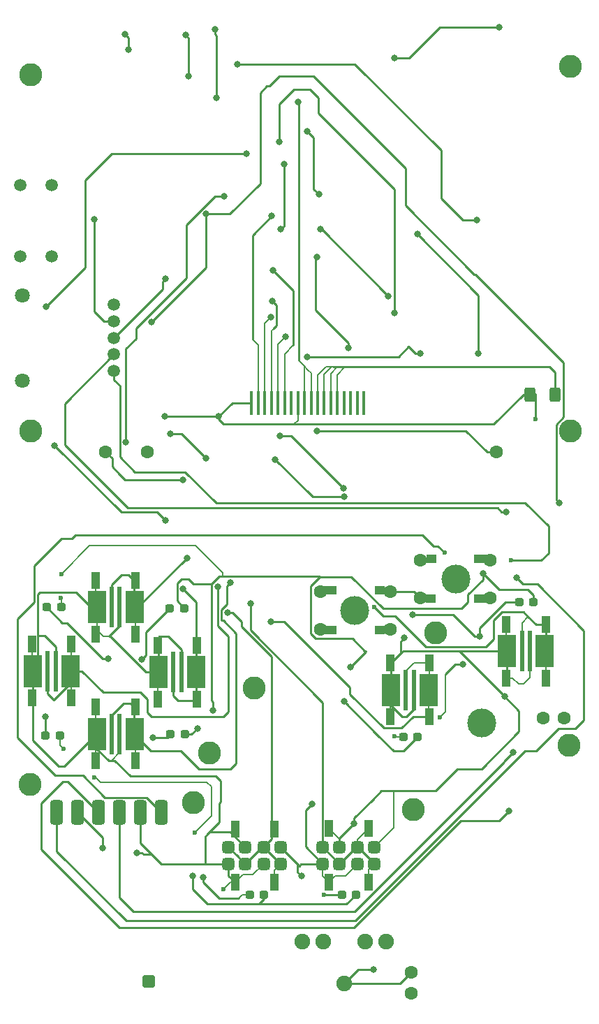
<source format=gbr>
%TF.GenerationSoftware,KiCad,Pcbnew,8.0.5*%
%TF.CreationDate,2024-11-18T11:08:29+00:00*%
%TF.ProjectId,gbc_retrozero_combined,6762635f-7265-4747-926f-7a65726f5f63,rev?*%
%TF.SameCoordinates,Original*%
%TF.FileFunction,Copper,L1,Top*%
%TF.FilePolarity,Positive*%
%FSLAX46Y46*%
G04 Gerber Fmt 4.6, Leading zero omitted, Abs format (unit mm)*
G04 Created by KiCad (PCBNEW 8.0.5) date 2024-11-18 11:08:29*
%MOMM*%
%LPD*%
G01*
G04 APERTURE LIST*
G04 Aperture macros list*
%AMRoundRect*
0 Rectangle with rounded corners*
0 $1 Rounding radius*
0 $2 $3 $4 $5 $6 $7 $8 $9 X,Y pos of 4 corners*
0 Add a 4 corners polygon primitive as box body*
4,1,4,$2,$3,$4,$5,$6,$7,$8,$9,$2,$3,0*
0 Add four circle primitives for the rounded corners*
1,1,$1+$1,$2,$3*
1,1,$1+$1,$4,$5*
1,1,$1+$1,$6,$7*
1,1,$1+$1,$8,$9*
0 Add four rect primitives between the rounded corners*
20,1,$1+$1,$2,$3,$4,$5,0*
20,1,$1+$1,$4,$5,$6,$7,0*
20,1,$1+$1,$6,$7,$8,$9,0*
20,1,$1+$1,$8,$9,$2,$3,0*%
G04 Aperture macros list end*
%TA.AperFunction,SMDPad,CuDef*%
%ADD10RoundRect,0.237500X-0.287500X-0.237500X0.287500X-0.237500X0.287500X0.237500X-0.287500X0.237500X0*%
%TD*%
%TA.AperFunction,ComponentPad*%
%ADD11C,1.600000*%
%TD*%
%TA.AperFunction,SMDPad,CuDef*%
%ADD12RoundRect,0.400000X0.400000X1.100000X-0.400000X1.100000X-0.400000X-1.100000X0.400000X-1.100000X0*%
%TD*%
%TA.AperFunction,SMDPad,CuDef*%
%ADD13RoundRect,0.400000X0.400000X0.400000X-0.400000X0.400000X-0.400000X-0.400000X0.400000X-0.400000X0*%
%TD*%
%TA.AperFunction,ComponentPad*%
%ADD14C,2.800000*%
%TD*%
%TA.AperFunction,SMDPad,CuDef*%
%ADD15R,0.500000X5.000000*%
%TD*%
%TA.AperFunction,SMDPad,CuDef*%
%ADD16R,2.200000X4.000000*%
%TD*%
%TA.AperFunction,SMDPad,CuDef*%
%ADD17R,1.000000X2.000000*%
%TD*%
%TA.AperFunction,SMDPad,CuDef*%
%ADD18R,0.400000X3.000000*%
%TD*%
%TA.AperFunction,SMDPad,CuDef*%
%ADD19RoundRect,0.375000X-0.375000X-0.375000X0.375000X-0.375000X0.375000X0.375000X-0.375000X0.375000X0*%
%TD*%
%TA.AperFunction,SMDPad,CuDef*%
%ADD20R,1.250000X1.000000*%
%TD*%
%TA.AperFunction,SMDPad,CuDef*%
%ADD21R,1.500000X1.000000*%
%TD*%
%TA.AperFunction,ComponentPad*%
%ADD22C,3.500000*%
%TD*%
%TA.AperFunction,SMDPad,CuDef*%
%ADD23RoundRect,0.250000X-0.400000X-0.625000X0.400000X-0.625000X0.400000X0.625000X-0.400000X0.625000X0*%
%TD*%
%TA.AperFunction,ComponentPad*%
%ADD24C,1.500000*%
%TD*%
%TA.AperFunction,ComponentPad*%
%ADD25C,1.800000*%
%TD*%
%TA.AperFunction,ComponentPad*%
%ADD26C,1.900000*%
%TD*%
%TA.AperFunction,ViaPad*%
%ADD27C,0.800000*%
%TD*%
%TA.AperFunction,ViaPad*%
%ADD28C,0.600000*%
%TD*%
%TA.AperFunction,Conductor*%
%ADD29C,0.250000*%
%TD*%
%TA.AperFunction,Conductor*%
%ADD30C,0.200000*%
%TD*%
G04 APERTURE END LIST*
D10*
%TO.P,D5,1,K*%
%TO.N,Net-(D1-K)*%
X138455000Y-158910000D03*
%TO.P,D5,2,A*%
%TO.N,Net-(D1-A)*%
X140205000Y-158910000D03*
%TD*%
D11*
%TO.P,U3,3,Button*%
%TO.N,Net-(J1-GPIO21{slash}SCLK1)*%
X168366000Y-105216800D03*
%TD*%
D10*
%TO.P,D8,1,K*%
%TO.N,Net-(D1-K)*%
X171144800Y-123467580D03*
%TO.P,D8,2,A*%
%TO.N,Net-(D1-A)*%
X172894800Y-123467580D03*
%TD*%
%TO.P,D6,1,K*%
%TO.N,Net-(D1-K)*%
X149632300Y-158910000D03*
%TO.P,D6,2,A*%
%TO.N,Net-(D1-A)*%
X151382300Y-158910000D03*
%TD*%
D12*
%TO.P,U13,1,VIN*%
%TO.N,Net-(U13-VIN)*%
X127773000Y-148931080D03*
%TO.P,U13,2,GND*%
%TO.N,Net-(U2-GND)*%
X125233000Y-148931080D03*
%TO.P,U13,3,GND*%
%TO.N,Net-(U12-GND)*%
X122693000Y-148931080D03*
%TO.P,U13,4,BAT*%
%TO.N,Net-(U12-VCC)*%
X120153000Y-148931080D03*
%TO.P,U13,5,GND*%
%TO.N,Net-(U2-GND)*%
X117613000Y-148931080D03*
%TO.P,U13,6,VOUT*%
%TO.N,Net-(SW12-B)*%
X115073000Y-148931080D03*
D13*
%TO.P,U13,7,KEY*%
%TO.N,unconnected-(U13-KEY-Pad7)*%
X126249000Y-169378080D03*
%TD*%
D14*
%TO.P,U20,1,1*%
%TO.N,unconnected-(U20-Pad1)*%
X133600000Y-141720000D03*
%TD*%
D15*
%TO.P,SW1,1,1*%
%TO.N,Net-(J1-GPIO20{slash}MOSI1)*%
X121687080Y-124040000D03*
D16*
X124476000Y-124040000D03*
D17*
X124565200Y-120787600D03*
X124565200Y-127290000D03*
%TO.P,SW1,2,2*%
%TO.N,Net-(U2-GND)*%
X119790000Y-120787600D03*
X119790000Y-127290000D03*
D16*
X119904000Y-124040000D03*
D15*
X122692920Y-124040000D03*
%TD*%
%TO.P,SW3,1,1*%
%TO.N,Net-(J1-GPIO26)*%
X113937080Y-131790000D03*
D16*
X116726000Y-131790000D03*
D17*
X116815200Y-128537600D03*
X116815200Y-135040000D03*
%TO.P,SW3,2,2*%
%TO.N,Net-(U2-GND)*%
X112040000Y-128537600D03*
X112040000Y-135040000D03*
D16*
X112154000Y-131790000D03*
D15*
X114942920Y-131790000D03*
%TD*%
D14*
%TO.P,U9,1,1*%
%TO.N,unconnected-(U9-Pad1)*%
X177360000Y-102720000D03*
%TD*%
%TO.P,U11,1,1*%
%TO.N,unconnected-(U11-Pad1)*%
X111940000Y-102710000D03*
%TD*%
D10*
%TO.P,D4,1,K*%
%TO.N,Net-(D1-K)*%
X113704000Y-139609280D03*
%TO.P,D4,2,A*%
%TO.N,Net-(D1-A)*%
X115454000Y-139609280D03*
%TD*%
D15*
%TO.P,SW4,1,1*%
%TO.N,Net-(J1-GPIO19{slash}MISO1)*%
X129175080Y-131910000D03*
D16*
X131964000Y-131910000D03*
D17*
X132053200Y-128657600D03*
X132053200Y-135160000D03*
%TO.P,SW4,2,2*%
%TO.N,Net-(U2-GND)*%
X127278000Y-128657600D03*
X127278000Y-135160000D03*
D16*
X127392000Y-131910000D03*
D15*
X130180920Y-131910000D03*
%TD*%
D18*
%TO.P,U1,1,GND*%
%TO.N,Net-(U2-GND)*%
X138696700Y-99263200D03*
%TO.P,U1,2,RST*%
%TO.N,Net-(J1-GPIO27)*%
X139496800Y-99263200D03*
%TO.P,U1,3,SCK*%
%TO.N,Net-(J1-SCLK0{slash}GPIO11)*%
X140296900Y-99263200D03*
%TO.P,U1,4,DC*%
%TO.N,Net-(J1-GPIO25)*%
X141097000Y-99263200D03*
%TO.P,U1,5,CS*%
%TO.N,Net-(J1-~{CE0}{slash}GPIO8)*%
X141897100Y-99263200D03*
%TO.P,U1,6,MOSI*%
%TO.N,Net-(J1-MOSI0{slash}GPIO10)*%
X142697200Y-99263200D03*
%TO.P,U1,7*%
%TO.N,unconnected-(U1-Pad7)*%
X143497300Y-99263200D03*
%TO.P,U1,8,GND*%
%TO.N,Net-(U2-GND)*%
X144297400Y-99263200D03*
%TO.P,U1,9,VCC*%
%TO.N,Net-(J1-3V3-Pad1)*%
X145097500Y-99263200D03*
%TO.P,U1,10,VCC*%
X145897600Y-99263200D03*
%TO.P,U1,11,LED*%
%TO.N,Net-(R1-Pad2)*%
X146697700Y-99263200D03*
%TO.P,U1,12,LED*%
X147497800Y-99263200D03*
%TO.P,U1,13,LED*%
X148297900Y-99263200D03*
%TO.P,U1,14,LED*%
X149098000Y-99263200D03*
%TO.P,U1,15*%
%TO.N,unconnected-(U1-Pad15)*%
X149898100Y-99263200D03*
%TO.P,U1,16*%
%TO.N,unconnected-(U1-Pad16)*%
X150698200Y-99263200D03*
%TO.P,U1,17*%
%TO.N,unconnected-(U1-Pad17)*%
X151498300Y-99263200D03*
%TO.P,U1,18*%
%TO.N,unconnected-(U1-Pad18)*%
X152298400Y-99263200D03*
%TD*%
D11*
%TO.P,U2,1,GND*%
%TO.N,Net-(U2-GND)*%
X126049600Y-105216800D03*
%TO.P,U2,3,Button*%
%TO.N,Net-(J1-GPIO16)*%
X120969600Y-105216800D03*
%TD*%
D15*
%TO.P,SW6,1,1*%
%TO.N,Net-(J1-GPIO24)*%
X157367080Y-134070000D03*
D16*
X160156000Y-134070000D03*
D17*
X160245200Y-130817600D03*
X160245200Y-137320000D03*
%TO.P,SW6,2,2*%
%TO.N,Net-(U2-GND)*%
X155470000Y-130817600D03*
X155470000Y-137320000D03*
D16*
X155584000Y-134070000D03*
D15*
X158372920Y-134070000D03*
%TD*%
D14*
%TO.P,U18,1,1*%
%TO.N,unconnected-(U18-Pad1)*%
X177217300Y-140827460D03*
%TD*%
D19*
%TO.P,SW8,1,1*%
%TO.N,Net-(J1-GPIO23)*%
X147295000Y-153124000D03*
X149327000Y-155156000D03*
X151549500Y-153124000D03*
D17*
X152840000Y-150900000D03*
X152840000Y-157402400D03*
D19*
X153581500Y-155156000D03*
%TO.P,SW8,2,2*%
%TO.N,Net-(U2-GND)*%
X147295000Y-155156000D03*
D17*
X148064800Y-150900000D03*
X148064800Y-157402400D03*
D19*
X149327000Y-153124000D03*
X151549500Y-155156000D03*
X153581500Y-153124000D03*
%TD*%
D20*
%TO.P,SW9,1,1*%
%TO.N,Net-(U2-GND)*%
X154220000Y-122030000D03*
D11*
X155518000Y-122134000D03*
%TO.P,SW9,2,2*%
%TO.N,Net-(J1-GPIO22)*%
X155518000Y-126706000D03*
D20*
X154200000Y-126810000D03*
D21*
%TO.P,SW9,3*%
%TO.N,N/C*%
X148200000Y-122030000D03*
D11*
X147009000Y-122134000D03*
%TO.P,SW9,4*%
X147009000Y-126706000D03*
D21*
X148200000Y-126807600D03*
D22*
%TO.P,SW9,5*%
X151200000Y-124420000D03*
%TD*%
D14*
%TO.P,U5,1,1*%
%TO.N,unconnected-(U5-Pad1)*%
X177357300Y-58517460D03*
%TD*%
D10*
%TO.P,D3,1,K*%
%TO.N,Net-(D1-K)*%
X128855100Y-139444180D03*
%TO.P,D3,2,A*%
%TO.N,Net-(D1-A)*%
X130605100Y-139444180D03*
%TD*%
D14*
%TO.P,U16,1,1*%
%TO.N,unconnected-(U16-Pad1)*%
X131650000Y-147690000D03*
%TD*%
D15*
%TO.P,SW5,1,1*%
%TO.N,Net-(J1-PWM0{slash}GPIO12)*%
X171467080Y-129370000D03*
D16*
X174256000Y-129370000D03*
D17*
X174345200Y-126117600D03*
X174345200Y-132620000D03*
%TO.P,SW5,2,2*%
%TO.N,Net-(U2-GND)*%
X169570000Y-126117600D03*
X169570000Y-132620000D03*
D16*
X169684000Y-129370000D03*
D15*
X172472920Y-129370000D03*
%TD*%
%TO.P,SW2,1,1*%
%TO.N,Net-(J1-GCLK1{slash}GPIO5)*%
X121687080Y-139406080D03*
D16*
X124476000Y-139406080D03*
D17*
X124565200Y-136153680D03*
X124565200Y-142656080D03*
%TO.P,SW2,2,2*%
%TO.N,Net-(U2-GND)*%
X119790000Y-136153680D03*
X119790000Y-142656080D03*
D16*
X119904000Y-139406080D03*
D15*
X122692920Y-139406080D03*
%TD*%
D10*
%TO.P,D7,1,K*%
%TO.N,Net-(D1-K)*%
X157087200Y-139787080D03*
%TO.P,D7,2,A*%
%TO.N,Net-(D1-A)*%
X158837200Y-139787080D03*
%TD*%
D11*
%TO.P,U12,1,GND*%
%TO.N,Net-(U12-GND)*%
X174077200Y-137450280D03*
%TO.P,U12,2,VCC*%
%TO.N,Net-(U12-VCC)*%
X176617200Y-137450280D03*
%TD*%
D23*
%TO.P,R1,1*%
%TO.N,Net-(U2-GND)*%
X172417300Y-98247600D03*
%TO.P,R1,2*%
%TO.N,Net-(R1-Pad2)*%
X175517300Y-98247600D03*
%TD*%
D10*
%TO.P,D2,1,K*%
%TO.N,Net-(D1-K)*%
X113843700Y-124064480D03*
%TO.P,D2,2,A*%
%TO.N,Net-(D1-A)*%
X115593700Y-124064480D03*
%TD*%
D14*
%TO.P,U4,1,1*%
%TO.N,unconnected-(U4-Pad1)*%
X111937300Y-59527460D03*
%TD*%
D10*
%TO.P,D1,1,K*%
%TO.N,Net-(D1-K)*%
X128789000Y-124166080D03*
%TO.P,D1,2,A*%
%TO.N,Net-(D1-A)*%
X130539000Y-124166080D03*
%TD*%
D22*
%TO.P,TP1,1,1*%
%TO.N,unconnected-(TP1-Pad1)*%
X166580000Y-138040000D03*
%TD*%
D19*
%TO.P,SW7,1,1*%
%TO.N,Net-(J1-GCLK0{slash}GPIO4)*%
X135905000Y-153131600D03*
X137937000Y-155163600D03*
X140159500Y-153131600D03*
D17*
X141450000Y-150907600D03*
X141450000Y-157410000D03*
D19*
X142191500Y-155163600D03*
%TO.P,SW7,2,2*%
%TO.N,Net-(U2-GND)*%
X135905000Y-155163600D03*
D17*
X136674800Y-150907600D03*
X136674800Y-157410000D03*
D19*
X137937000Y-153131600D03*
X140159500Y-155163600D03*
X142191500Y-153131600D03*
%TD*%
D14*
%TO.P,U19,1,1*%
%TO.N,unconnected-(U19-Pad1)*%
X160967300Y-127157460D03*
%TD*%
%TO.P,U15,1,1*%
%TO.N,unconnected-(U15-Pad1)*%
X158310000Y-148580000D03*
%TD*%
D11*
%TO.P,LS1,1,1*%
%TO.N,Net-(U10-LEFT_OUT)*%
X158024400Y-170813180D03*
%TO.P,LS1,2,2*%
%TO.N,Net-(U10-GND)*%
X158024400Y-168273180D03*
%TD*%
D14*
%TO.P,U14,1,1*%
%TO.N,unconnected-(U14-Pad1)*%
X139010000Y-133850000D03*
%TD*%
D20*
%TO.P,SW10,1,1*%
%TO.N,Net-(U2-GND)*%
X160440000Y-123000080D03*
D11*
X159142000Y-122896080D03*
%TO.P,SW10,2,2*%
%TO.N,Net-(J1-GPIO17)*%
X159142000Y-118324080D03*
D20*
X160460000Y-118220080D03*
D21*
%TO.P,SW10,3*%
%TO.N,N/C*%
X166460000Y-123000080D03*
D11*
X167651000Y-122896080D03*
%TO.P,SW10,4*%
X167651000Y-118324080D03*
D21*
X166460000Y-118222480D03*
D22*
%TO.P,SW10,5*%
X163460000Y-120610080D03*
%TD*%
D14*
%TO.P,U17,1,1*%
%TO.N,unconnected-(U17-Pad1)*%
X111820000Y-145530000D03*
%TD*%
D24*
%TO.P,U7,1,SHIELD_GND*%
%TO.N,Net-(U2-GND)*%
X114454800Y-72909600D03*
X110657500Y-72909600D03*
X114454800Y-81545600D03*
X110657500Y-81545600D03*
%TD*%
%TO.P,U8,1,1*%
%TO.N,Net-(U10-GND)*%
X122004240Y-87387840D03*
%TO.P,U8,2,2*%
%TO.N,Net-(U6-L_+_OUT)*%
X122004240Y-89394440D03*
%TO.P,U8,3,3*%
%TO.N,Net-(U6-R_+_OUT)*%
X122004240Y-91401040D03*
%TO.P,U8,4,4*%
%TO.N,Net-(U10-LEFT_IN)*%
X122004240Y-93407640D03*
%TO.P,U8,5,5*%
%TO.N,Net-(U10-RIGHT_IN)*%
X122004240Y-95414240D03*
D25*
%TO.P,U8,6*%
%TO.N,N/C*%
X110879040Y-96569940D03*
%TO.P,U8,7*%
X110891740Y-86232140D03*
%TD*%
D26*
%TO.P,U10,1,GND*%
%TO.N,Net-(U10-GND)*%
X149946480Y-169623440D03*
%TO.P,U10,2,LEFT_IN*%
%TO.N,Net-(U10-LEFT_IN)*%
X155026480Y-164543440D03*
%TO.P,U10,3,LEFT_OUT*%
%TO.N,Net-(U10-LEFT_OUT)*%
X152486480Y-164543440D03*
%TO.P,U10,4,RIGHT_OUT*%
%TO.N,unconnected-(U10-RIGHT_OUT-Pad4)*%
X147406480Y-164543440D03*
%TO.P,U10,5,RIGHT_IN*%
%TO.N,Net-(U10-RIGHT_IN)*%
X144866480Y-164543440D03*
%TD*%
D27*
%TO.N,Net-(D1-K)*%
X166381000Y-127569680D03*
X121283300Y-130274780D03*
X113676000Y-137348680D03*
X125371003Y-130378077D03*
X158189500Y-124953480D03*
X164336300Y-130973280D03*
X132776800Y-156792380D03*
D28*
X147500000Y-158940000D03*
X156000000Y-139720000D03*
D27*
X126718900Y-139837880D03*
D28*
X161540000Y-137360000D03*
%TO.N,Net-(D1-A)*%
X115860000Y-141210000D03*
X131800000Y-151340000D03*
X115630000Y-120010000D03*
D27*
X130697800Y-54708900D03*
X149883700Y-135430980D03*
X134021400Y-136561280D03*
X136984800Y-58232600D03*
X132116400Y-138720280D03*
X131054800Y-59697600D03*
D28*
X115580000Y-122960000D03*
D27*
X150658400Y-131316180D03*
X131519500Y-156639980D03*
X166003800Y-77149800D03*
D28*
X119610000Y-144680000D03*
D27*
X166736600Y-119949680D03*
%TO.N,Net-(U10-GND)*%
X153490500Y-167955680D03*
X126557600Y-89481500D03*
X133154800Y-76397600D03*
X176034800Y-111397600D03*
%TO.N,Net-(U2-GND)*%
X134654800Y-100937600D03*
X144727500Y-156651580D03*
X146852200Y-74000200D03*
X157224300Y-127760180D03*
X134215700Y-53997700D03*
X120635600Y-153236380D03*
D28*
X135280000Y-158250000D03*
D27*
X169365500Y-134872180D03*
X134424800Y-62327600D03*
X151141000Y-150251880D03*
X128154800Y-100917600D03*
X124801200Y-153820580D03*
X145455200Y-66392900D03*
X145997500Y-147927780D03*
D28*
X173090000Y-101290000D03*
D27*
%TO.N,Net-(U6-L_IN)*%
X156034800Y-57507600D03*
X168714800Y-53777600D03*
%TO.N,Net-(U6-R_IN)*%
X123774800Y-56437600D03*
X123334800Y-54607600D03*
%TO.N,Net-(J1-GPIO16)*%
X130367600Y-108620400D03*
%TO.N,Net-(J1-GPIO20{slash}MOSI1)*%
X130833700Y-118057380D03*
X114794800Y-104447600D03*
X128284800Y-113562610D03*
X133164800Y-106027600D03*
X128814800Y-103057600D03*
%TO.N,Net-(J1-GPIO23)*%
X155249800Y-86317600D03*
X138542600Y-123607280D03*
X147024800Y-78237600D03*
%TO.N,Net-(J1-GCLK0{slash}GPIO4)*%
X155974800Y-88377600D03*
X142084800Y-67637600D03*
X135786700Y-124699480D03*
%TO.N,Net-(J1-GPIO22)*%
X138063800Y-69072600D03*
X142635800Y-70342600D03*
X142254800Y-78237599D03*
X113725280Y-87614600D03*
%TO.N,Net-(J1-GPIO17)*%
X135358700Y-74241500D03*
X123458800Y-104073800D03*
%TO.N,Net-(J1-SCLK0{slash}GPIO11)*%
X140994800Y-88927600D03*
%TO.N,Net-(J1-~{CE0}{slash}GPIO8)*%
X142834800Y-91217600D03*
%TO.N,Net-(J1-MOSI0{slash}GPIO10)*%
X141244800Y-83197600D03*
%TO.N,Net-(J1-GPIO25)*%
X141224800Y-86977600D03*
%TO.N,Net-(J1-GPIO24)*%
X141019100Y-125817080D03*
X146644800Y-81567600D03*
X150404800Y-92577600D03*
%TO.N,Net-(J1-GPIO26)*%
X149892915Y-110674790D03*
X134567500Y-121600680D03*
X141574800Y-106147600D03*
%TO.N,Net-(J1-3V3-Pad1)*%
X144314800Y-62787600D03*
%TO.N,Net-(J1-GPIO19{slash}MISO1)*%
X130376500Y-121854680D03*
X142134800Y-103287600D03*
X149874800Y-109667600D03*
%TO.N,Net-(J1-GPIO27)*%
X141144800Y-76647600D03*
%TO.N,Net-(J1-GPIO21{slash}SCLK1)*%
X146574800Y-102657600D03*
%TO.N,Net-(J1-GCLK1{slash}GPIO5)*%
X159104800Y-93287600D03*
X145414800Y-93687600D03*
X136129600Y-121054580D03*
%TO.N,Net-(SW12-B)*%
X170826000Y-120483080D03*
%TO.N,Net-(U6-L_+_OUT)*%
X119585300Y-77060900D03*
%TO.N,Net-(U6-R_+_OUT)*%
X128284800Y-84267600D03*
%TO.N,Net-(U13-VIN)*%
X158804800Y-78827600D03*
X166214800Y-93317600D03*
D28*
X162110000Y-117440000D03*
%TO.N,Net-(U10-RIGHT_IN)*%
X170130000Y-118370000D03*
D27*
%TO.N,Net-(U10-LEFT_IN)*%
X169574800Y-112467600D03*
%TO.N,Net-(U12-VCC)*%
X169873500Y-148765980D03*
%TO.N,Net-(U12-GND)*%
X170432300Y-141628580D03*
D28*
%TO.N,Net-(J1-PWM0{slash}GPIO12)*%
X153577224Y-124032776D03*
%TD*%
D29*
%TO.N,Net-(D1-K)*%
X147500000Y-158940000D02*
X149602300Y-158940000D01*
X166381000Y-127569680D02*
X166381000Y-126579080D01*
D30*
X161540000Y-137360000D02*
X162171291Y-136728709D01*
D29*
X113843700Y-124064480D02*
X115754610Y-125975390D01*
X125371003Y-130378077D02*
X125896001Y-129853079D01*
X134730000Y-159350000D02*
X137140000Y-159350000D01*
X115754610Y-125975390D02*
X116325390Y-125975390D01*
D30*
X156067080Y-139787080D02*
X156000000Y-139720000D01*
D29*
X163369302Y-130973280D02*
X164336300Y-130973280D01*
D30*
X137580000Y-158910000D02*
X137140000Y-159350000D01*
D29*
X149602300Y-158940000D02*
X149632300Y-158910000D01*
X126718900Y-139837880D02*
X128461400Y-139837880D01*
X169492500Y-123467580D02*
X171144800Y-123467580D01*
X116325390Y-125975390D02*
X120624780Y-130274780D01*
X128461400Y-139837880D02*
X128855100Y-139444180D01*
X166381000Y-126579080D02*
X169492500Y-123467580D01*
X163716600Y-125537680D02*
X165748600Y-127569680D01*
X113676000Y-139581280D02*
X113704000Y-139609280D01*
D30*
X138455000Y-158910000D02*
X137580000Y-158910000D01*
D29*
X125896001Y-129853079D02*
X125896001Y-127059079D01*
D30*
X157087200Y-139787080D02*
X156067080Y-139787080D01*
D29*
X163132400Y-124953480D02*
X158189500Y-124953480D01*
X113676000Y-137348680D02*
X113676000Y-139581280D01*
X125896001Y-127059079D02*
X128789000Y-124166080D01*
X165748600Y-127569680D02*
X166381000Y-127569680D01*
X163716600Y-125537680D02*
X163132400Y-124953480D01*
X120624780Y-130274780D02*
X121283300Y-130274780D01*
D30*
X162171291Y-136728709D02*
X162171291Y-132171291D01*
D29*
X132776800Y-157396800D02*
X134730000Y-159350000D01*
X162171291Y-132171291D02*
X163369302Y-130973280D01*
X132776800Y-156792380D02*
X132776800Y-157396800D01*
%TO.N,Net-(D1-A)*%
X131062300Y-120648180D02*
X130173300Y-120648180D01*
X172894800Y-123467580D02*
X172894800Y-122602680D01*
D30*
X131890000Y-116590000D02*
X135210000Y-119910000D01*
X115593700Y-122973700D02*
X115580000Y-122960000D01*
D29*
X130605100Y-139444180D02*
X131392500Y-139444180D01*
X150784412Y-120356080D02*
X146924600Y-120356080D01*
X152499900Y-129385780D02*
X152550700Y-129334980D01*
D30*
X133270000Y-145250000D02*
X120350000Y-145250000D01*
D29*
X166003800Y-77149800D02*
X164327000Y-77149800D01*
X150658400Y-131316180D02*
X152550700Y-129423880D01*
D30*
X115593700Y-124064480D02*
X115593700Y-122973700D01*
D29*
X166736600Y-119949680D02*
X166736600Y-120693400D01*
X131054800Y-55065900D02*
X130697800Y-54708900D01*
X146924600Y-120356080D02*
X145824999Y-121455681D01*
X161685400Y-74508200D02*
X161685400Y-68688200D01*
D30*
X119050000Y-116590000D02*
X131890000Y-116590000D01*
D29*
X161685400Y-68688200D02*
X151229800Y-58232600D01*
X151382300Y-158867700D02*
X150210000Y-160040000D01*
X155954300Y-141501580D02*
X154023810Y-139571090D01*
X134021400Y-135509382D02*
X133842499Y-135330481D01*
X134021400Y-136561280D02*
X134021400Y-135509382D01*
X164225600Y-77048400D02*
X161685400Y-74508200D01*
X145824999Y-127244779D02*
X146411301Y-127831081D01*
X150919801Y-127831081D02*
X152499900Y-129411180D01*
X154632512Y-124204180D02*
X150784412Y-120356080D01*
D30*
X133810000Y-149330000D02*
X133810000Y-145790000D01*
X120350000Y-145250000D02*
X119780000Y-144680000D01*
D29*
X157122700Y-141501580D02*
X155954300Y-141501580D01*
X172894800Y-122602680D02*
X172197600Y-121905480D01*
X131519500Y-156639980D02*
X131519500Y-158269500D01*
X131392500Y-139444180D02*
X132116400Y-138720280D01*
X130173300Y-120648180D02*
X129651499Y-121169981D01*
X168692400Y-121905480D02*
X172197600Y-121905480D01*
X164910000Y-123427280D02*
X164133100Y-124204180D01*
D30*
X119780000Y-144680000D02*
X119610000Y-144680000D01*
D29*
X133842499Y-121252679D02*
X134765599Y-120329579D01*
X154023810Y-139571090D02*
X149883700Y-135430980D01*
X158837200Y-139787080D02*
X157122700Y-141501580D01*
X164327000Y-77149800D02*
X164225600Y-77048400D01*
X151229800Y-58232600D02*
X136984800Y-58232600D01*
D30*
X133810000Y-145790000D02*
X133270000Y-145250000D01*
X135210000Y-119910000D02*
X135210000Y-120329579D01*
D29*
X146411301Y-127831081D02*
X150919801Y-127831081D01*
X133842499Y-121252679D02*
X131666799Y-121252679D01*
D30*
X115454000Y-139609280D02*
X115454000Y-140804000D01*
D29*
X164133100Y-124204180D02*
X154632512Y-124204180D01*
X131054800Y-59697600D02*
X131054800Y-55065900D01*
X131519500Y-158269500D02*
X133290000Y-160040000D01*
D30*
X131800000Y-151340000D02*
X133810000Y-149330000D01*
D29*
X129651499Y-121169981D02*
X129651499Y-123278579D01*
X152499900Y-129411180D02*
X152499900Y-129385780D01*
X150210000Y-160040000D02*
X139570000Y-160040000D01*
D30*
X115630000Y-120010000D02*
X119050000Y-116590000D01*
D29*
X166736600Y-119949680D02*
X168692400Y-121905480D01*
X164910000Y-122520000D02*
X164910000Y-123427280D01*
X166736600Y-120693400D02*
X164910000Y-122520000D01*
X134765599Y-120329579D02*
X135210000Y-120329579D01*
X133842499Y-135330481D02*
X133842499Y-121252679D01*
X131666799Y-121252679D02*
X131062300Y-120648180D01*
X135210000Y-120329579D02*
X146898099Y-120329579D01*
X129651499Y-123278579D02*
X130539000Y-124166080D01*
X133290000Y-160040000D02*
X139570000Y-160040000D01*
X145824999Y-121455681D02*
X145824999Y-127244779D01*
X146898099Y-120329579D02*
X146924600Y-120356080D01*
X139570000Y-160040000D02*
X140205000Y-159405000D01*
D30*
X115454000Y-140804000D02*
X115860000Y-141210000D01*
D29*
%TO.N,Net-(U10-GND)*%
X139734800Y-72707600D02*
X136044800Y-76397600D01*
X146234800Y-59717600D02*
X142004800Y-59717600D01*
X176492310Y-101024808D02*
X176492310Y-94395110D01*
X126557600Y-89456100D02*
X128043500Y-87970200D01*
X157329700Y-75333700D02*
X157329700Y-70812500D01*
X140854810Y-60867590D02*
X140534810Y-60867590D01*
X133154800Y-82858900D02*
X128043500Y-87970200D01*
X149946480Y-169623440D02*
X156674140Y-169623440D01*
X176034800Y-111397600D02*
X175628379Y-110991179D01*
X139734800Y-61667600D02*
X139734800Y-72707600D01*
X165703600Y-83707600D02*
X157329700Y-75333700D01*
X133154800Y-76397600D02*
X133154800Y-82858900D01*
X140534810Y-60867590D02*
X139734800Y-61667600D01*
X176492310Y-94395110D02*
X165804800Y-83707600D01*
X156674140Y-169623440D02*
X158024400Y-168273180D01*
X126557600Y-89481500D02*
X126557600Y-89456100D01*
X165804800Y-83707600D02*
X165703600Y-83707600D01*
X142004800Y-59717600D02*
X140854810Y-60867590D01*
X151614240Y-167955680D02*
X149946480Y-169623440D01*
X157329700Y-70812500D02*
X146234800Y-59717600D01*
X175628379Y-110991179D02*
X175628379Y-101888739D01*
X175628379Y-101888739D02*
X176492310Y-101024808D01*
X136044800Y-76397600D02*
X133154800Y-76397600D01*
X153490500Y-167955680D02*
X151614240Y-167955680D01*
%TO.N,Net-(U2-GND)*%
X161008900Y-146314880D02*
X155960000Y-146314880D01*
X169365500Y-134872180D02*
X163863320Y-129370000D01*
D30*
X120692470Y-127562470D02*
X121420450Y-127562470D01*
D29*
X171118100Y-136624780D02*
X169365500Y-134872180D01*
D30*
X155470000Y-134184000D02*
X155584000Y-134070000D01*
D29*
X137933000Y-153122080D02*
X136091500Y-151280580D01*
X155586000Y-134072080D02*
X155586000Y-130822080D01*
X171667300Y-98247600D02*
X168037300Y-101877600D01*
X134634800Y-100917600D02*
X134654800Y-100937600D01*
D30*
X153581500Y-153124000D02*
X155960000Y-150745500D01*
D29*
X128580310Y-127562470D02*
X130180920Y-129163080D01*
X156754400Y-128230080D02*
X156754400Y-129653680D01*
X135905000Y-155163600D02*
X135905000Y-156640200D01*
X134900000Y-145130000D02*
X134900000Y-147678000D01*
D30*
X170340000Y-132620000D02*
X169570000Y-132620000D01*
D29*
X135305900Y-101877600D02*
X139680000Y-101877600D01*
X117613000Y-148931080D02*
X120635600Y-151953680D01*
X112782287Y-127501467D02*
X112782287Y-131155793D01*
X142737000Y-101877600D02*
X139680000Y-101877600D01*
X169684000Y-132506000D02*
X169570000Y-132620000D01*
X115974700Y-143330380D02*
X119899000Y-139406080D01*
D30*
X172472920Y-132577080D02*
X171710000Y-133340000D01*
D29*
X133030800Y-155154080D02*
X133030800Y-151864780D01*
D30*
X155470000Y-137320000D02*
X155470000Y-134184000D01*
D29*
X144727500Y-156651580D02*
X144283000Y-156207080D01*
X143205200Y-101877600D02*
X142737000Y-101877600D01*
X156754400Y-129653680D02*
X157073100Y-129334980D01*
D30*
X169570000Y-129256000D02*
X169684000Y-129370000D01*
X119790000Y-123926000D02*
X119904000Y-124040000D01*
D29*
X156936000Y-137322080D02*
X155586000Y-135972080D01*
D30*
X144297400Y-99263200D02*
X144297400Y-101395000D01*
D29*
X133030800Y-155154080D02*
X133194080Y-155154080D01*
D30*
X150091220Y-156614280D02*
X148852920Y-156614280D01*
X119790000Y-120787600D02*
X119790000Y-123926000D01*
X147295000Y-156632600D02*
X148064800Y-157402400D01*
D29*
X155586000Y-130822080D02*
X156754400Y-129653680D01*
X146852200Y-74000200D02*
X146217200Y-73365200D01*
X121660000Y-142650281D02*
X122100000Y-142650281D01*
X134758000Y-150137580D02*
X134758000Y-147820000D01*
D30*
X112040000Y-128537600D02*
X112040000Y-131676000D01*
D29*
X117485710Y-122324290D02*
X119201420Y-124040000D01*
X127709500Y-155154080D02*
X133030800Y-155154080D01*
X157108120Y-129370000D02*
X163680000Y-129370000D01*
X144120800Y-101877600D02*
X143814800Y-101877600D01*
X173090000Y-101290000D02*
X173090000Y-98221404D01*
D30*
X140159500Y-155163600D02*
X140159500Y-155170500D01*
D29*
X117371700Y-122210280D02*
X113041000Y-122210280D01*
D30*
X169570000Y-126117600D02*
X169570000Y-129256000D01*
D29*
X155459000Y-122134080D02*
X158380000Y-122134080D01*
X155960000Y-146314880D02*
X154417600Y-146314880D01*
D30*
X149327000Y-152162200D02*
X149327000Y-153124000D01*
D29*
X115276200Y-143330380D02*
X115974700Y-143330380D01*
X121420450Y-127562470D02*
X122692920Y-126290000D01*
X122692920Y-126290000D02*
X122692920Y-124040000D01*
X125233000Y-148931080D02*
X125233000Y-152677580D01*
X153236500Y-147495980D02*
X153376240Y-147356240D01*
X151141000Y-150251880D02*
X151141000Y-149591480D01*
D30*
X171710000Y-133340000D02*
X171060000Y-133340000D01*
D29*
X126591900Y-154036480D02*
X127709500Y-155154080D01*
X133615000Y-151280580D02*
X133348300Y-151547280D01*
X113041000Y-122210280D02*
X112782287Y-122468993D01*
X112782287Y-131155793D02*
X112152000Y-131786080D01*
X128154800Y-100917600D02*
X134634800Y-100917600D01*
D30*
X119790000Y-139520080D02*
X119904000Y-139406080D01*
X138850000Y-156480000D02*
X137604800Y-156480000D01*
X122692920Y-139406080D02*
X122692920Y-141656080D01*
D29*
X114940920Y-128860000D02*
X114940920Y-131786080D01*
X146217200Y-73365200D02*
X146217200Y-67154900D01*
X112782287Y-127501467D02*
X113582387Y-127501467D01*
D30*
X119904000Y-124040000D02*
X119904000Y-126774000D01*
D29*
X133203600Y-155163600D02*
X135905000Y-155163600D01*
D30*
X136674800Y-157410000D02*
X136120000Y-157410000D01*
D29*
X123984859Y-144535141D02*
X134305141Y-144535141D01*
X145273600Y-152144180D02*
X145273600Y-148651680D01*
X144252710Y-156176790D02*
X144252710Y-155187290D01*
X146217200Y-67154900D02*
X145455200Y-66392900D01*
X133030800Y-151864780D02*
X133348300Y-151547280D01*
D30*
X119790000Y-136153680D02*
X119790000Y-139292080D01*
D29*
X167254800Y-101877600D02*
X144120800Y-101877600D01*
X163637800Y-143685980D02*
X161008900Y-146314880D01*
X158380000Y-122134080D02*
X159142000Y-122896080D01*
D30*
X155960000Y-150745500D02*
X155960000Y-146314880D01*
D29*
X145273600Y-153096680D02*
X145273600Y-152144180D01*
X127473690Y-127562470D02*
X128580310Y-127562470D01*
X117485710Y-122324290D02*
X117371700Y-122210280D01*
D30*
X148064800Y-150900000D02*
X149327000Y-152162200D01*
D29*
X113582387Y-127501467D02*
X114940920Y-128860000D01*
X168037300Y-101877600D02*
X167254800Y-101877600D01*
X136091500Y-151280580D02*
X133615000Y-151280580D01*
X135905000Y-156640200D02*
X136674800Y-157410000D01*
X166558800Y-143685980D02*
X171118100Y-139126680D01*
X125582785Y-154036480D02*
X126591900Y-154036480D01*
D30*
X121698719Y-142650281D02*
X121660000Y-142650281D01*
D29*
X125233000Y-152677580D02*
X126591900Y-154036480D01*
D30*
X144297400Y-101395000D02*
X143814800Y-101877600D01*
X137604800Y-156480000D02*
X136674800Y-157410000D01*
D29*
X133348300Y-151547280D02*
X134758000Y-150137580D01*
X119899000Y-139406080D02*
X119899000Y-141196780D01*
X169684000Y-129370000D02*
X169684000Y-132506000D01*
D30*
X171060000Y-133340000D02*
X170340000Y-132620000D01*
D29*
X134424800Y-54772485D02*
X134424800Y-56177600D01*
X127392000Y-127644160D02*
X127392000Y-131913080D01*
D30*
X172472920Y-129370000D02*
X172472920Y-132577080D01*
D29*
X157454082Y-137322080D02*
X156936000Y-137322080D01*
D30*
X148852920Y-156614280D02*
X148064800Y-157402400D01*
D29*
X144727500Y-156651580D02*
X144252710Y-156176790D01*
X158374920Y-134072080D02*
X158374920Y-136401242D01*
D30*
X127278000Y-135160000D02*
X127278000Y-132024000D01*
D29*
X133194080Y-155154080D02*
X133203600Y-155163600D01*
X157224300Y-127760180D02*
X156754400Y-128230080D01*
X163680000Y-129370000D02*
X169684000Y-129370000D01*
X134215700Y-54563385D02*
X134424800Y-54772485D01*
X144460800Y-155395380D02*
X144252710Y-155187290D01*
X121360000Y-127562470D02*
X121530090Y-127562470D01*
X124801200Y-153820580D02*
X125366885Y-153820580D01*
X134900000Y-147678000D02*
X134758000Y-147820000D01*
D30*
X112040000Y-131676000D02*
X112154000Y-131790000D01*
D29*
X123984859Y-144535141D02*
X122100000Y-142650281D01*
X171118100Y-139126680D02*
X171118100Y-136624780D01*
X155586000Y-135972080D02*
X155586000Y-134072080D01*
X157073100Y-129334980D02*
X157108120Y-129370000D01*
X147331000Y-155154080D02*
X145273600Y-153096680D01*
X112152000Y-140206180D02*
X115276200Y-143330380D01*
D30*
X119790000Y-139292080D02*
X119904000Y-139406080D01*
D29*
X134654800Y-100937600D02*
X134654800Y-101226500D01*
X121352501Y-142650281D02*
X121660000Y-142650281D01*
X151141000Y-150251880D02*
X149327000Y-152065880D01*
X127473690Y-127562470D02*
X127392000Y-127644160D01*
X112782287Y-122468993D02*
X112782287Y-127501467D01*
X145273600Y-148651680D02*
X145997500Y-147927780D01*
D30*
X122692920Y-141656080D02*
X121698719Y-142650281D01*
D29*
X119899000Y-141196780D02*
X121352501Y-142650281D01*
X136329200Y-99263200D02*
X138442700Y-99263200D01*
D30*
X127278000Y-132024000D02*
X127392000Y-131910000D01*
X151549500Y-155156000D02*
X150091220Y-156614280D01*
D29*
X158374920Y-136401242D02*
X157454082Y-137322080D01*
X144252710Y-155187290D02*
X142187500Y-153122080D01*
X134654800Y-101226500D02*
X135305900Y-101877600D01*
X125880700Y-131913080D02*
X127392000Y-131913080D01*
D30*
X140159500Y-155170500D02*
X138850000Y-156480000D01*
D29*
X134305141Y-144535141D02*
X134900000Y-145130000D01*
D30*
X147295000Y-155156000D02*
X147295000Y-156632600D01*
D29*
X134424800Y-56177600D02*
X134424800Y-62327600D01*
X121530090Y-127562470D02*
X125880700Y-131913080D01*
X163637800Y-143685980D02*
X166558800Y-143685980D01*
X134215700Y-53997700D02*
X134215700Y-54563385D01*
X119201420Y-124040000D02*
X119904000Y-124040000D01*
X121360000Y-127562470D02*
X121420450Y-127562470D01*
X134654800Y-100937600D02*
X136329200Y-99263200D01*
X144460800Y-155395380D02*
X144702100Y-155154080D01*
X163863320Y-129370000D02*
X163680000Y-129370000D01*
D30*
X136120000Y-157410000D02*
X135280000Y-158250000D01*
D29*
X173090000Y-98221404D02*
X172797998Y-97929402D01*
D30*
X119904000Y-126774000D02*
X120692470Y-127562470D01*
D29*
X143814800Y-101877600D02*
X143205200Y-101877600D01*
X144702100Y-155154080D02*
X147331000Y-155154080D01*
X112152000Y-131786080D02*
X112152000Y-140206180D01*
D30*
X119790000Y-142656080D02*
X119790000Y-139520080D01*
D29*
X172479800Y-98247600D02*
X171667300Y-98247600D01*
X153376240Y-147356240D02*
X154417600Y-146314880D01*
X120635600Y-151953680D02*
X120635600Y-153236380D01*
X130180920Y-129163080D02*
X130180920Y-131913080D01*
X151141000Y-149591480D02*
X153376240Y-147356240D01*
X125366885Y-153820580D02*
X125582785Y-154036480D01*
X149327000Y-152065880D02*
X149327000Y-153124000D01*
%TO.N,Net-(U6-L_IN)*%
X157794800Y-57507600D02*
X161524800Y-53777600D01*
X161524800Y-53777600D02*
X168714800Y-53777600D01*
X156034800Y-57507600D02*
X157794800Y-57507600D01*
%TO.N,Net-(U6-R_IN)*%
X123774800Y-55047600D02*
X123334800Y-54607600D01*
X123774800Y-56437600D02*
X123774800Y-55047600D01*
%TO.N,Net-(J1-GPIO16)*%
X126784898Y-108620400D02*
X130367600Y-108620400D01*
X121769599Y-106016799D02*
X121769599Y-107020099D01*
X121769599Y-107020099D02*
X122684100Y-107934600D01*
X120969600Y-105216800D02*
X121769599Y-106016799D01*
X123369900Y-108620400D02*
X126784898Y-108620400D01*
X122684100Y-107934600D02*
X123369900Y-108620400D01*
D30*
%TO.N,Net-(R1-Pad2)*%
X147497800Y-99263200D02*
X147497800Y-95801200D01*
D29*
X174824800Y-94937600D02*
X175454800Y-95567600D01*
D30*
X146697700Y-99263200D02*
X146697700Y-95923100D01*
X148297900Y-99263200D02*
X148297900Y-95737700D01*
X148533500Y-94937600D02*
X148361400Y-94937600D01*
D29*
X148666200Y-94937600D02*
X149098000Y-94937600D01*
X149758400Y-94937600D02*
X150037800Y-94937600D01*
D30*
X146697700Y-95923100D02*
X147683200Y-94937600D01*
D29*
X149098000Y-94937600D02*
X149349200Y-94937600D01*
X150037800Y-94937600D02*
X174824800Y-94937600D01*
X149349200Y-94937600D02*
X149758400Y-94937600D01*
D30*
X149098000Y-99263200D02*
X149098000Y-95877400D01*
X147683200Y-94937600D02*
X148666200Y-94937600D01*
D29*
X175454800Y-95567600D02*
X175454800Y-98247600D01*
D30*
X148297900Y-95737700D02*
X149098000Y-94937600D01*
X147497800Y-95801200D02*
X148361400Y-94937600D01*
D29*
X148533500Y-94937600D02*
X148666200Y-94937600D01*
D30*
X149098000Y-95877400D02*
X150037800Y-94937600D01*
D29*
%TO.N,Net-(J1-GPIO20{slash}MOSI1)*%
X124852000Y-124039080D02*
X124471000Y-124039080D01*
X124471000Y-120789080D02*
X124471000Y-124039080D01*
X122881780Y-120089380D02*
X123771300Y-120089380D01*
D30*
X124565200Y-124129200D02*
X124476000Y-124040000D01*
D29*
X124444800Y-112537600D02*
X122884800Y-112537600D01*
X123771300Y-120089380D02*
X124471000Y-120789080D01*
X124444800Y-112537600D02*
X127259790Y-112537600D01*
X130194800Y-103057600D02*
X133164800Y-106027600D01*
D30*
X124565200Y-127290000D02*
X124565200Y-124129200D01*
D29*
X121682080Y-124039080D02*
X121682080Y-121289080D01*
X128814800Y-103057600D02*
X130194800Y-103057600D01*
X122884800Y-112537600D02*
X114794800Y-104447600D01*
X121682080Y-121289080D02*
X122881780Y-120089380D01*
X130833700Y-118057380D02*
X124852000Y-124039080D01*
X127259790Y-112537600D02*
X128284800Y-113562610D01*
D30*
%TO.N,Net-(J1-GPIO23)*%
X151549500Y-152190500D02*
X151549500Y-153124000D01*
D29*
X138542600Y-126831670D02*
X147331000Y-135620070D01*
X147331000Y-153122080D02*
X149236000Y-155027080D01*
D30*
X152840000Y-157402400D02*
X152840000Y-155897500D01*
D29*
X151585500Y-153122080D02*
X153617500Y-155154080D01*
X147169800Y-78237600D02*
X147024800Y-78237600D01*
X147331000Y-152272080D02*
X147331000Y-153122080D01*
D30*
X152840000Y-155897500D02*
X153581500Y-155156000D01*
D29*
X147331000Y-135620070D02*
X147331000Y-152272080D01*
X151395000Y-153122080D02*
X151585500Y-153122080D01*
X155249800Y-86317600D02*
X147169800Y-78237600D01*
X149236000Y-155027080D02*
X149363000Y-155154080D01*
X149363000Y-155154080D02*
X151395000Y-153122080D01*
X138542600Y-123607280D02*
X138542600Y-126831670D01*
D30*
X152840000Y-150900000D02*
X151549500Y-152190500D01*
D29*
%TO.N,Net-(J1-GCLK0{slash}GPIO4)*%
X140866375Y-153832955D02*
X142187500Y-155154080D01*
X135901000Y-153122080D02*
X136976010Y-154197090D01*
X140155500Y-153122080D02*
X140866375Y-153832955D01*
X146744800Y-64144598D02*
X146744800Y-62317600D01*
X137450400Y-126375880D02*
X141112490Y-130037970D01*
D30*
X141450000Y-157410000D02*
X141450000Y-155905100D01*
D29*
X135786700Y-124699480D02*
X136352385Y-124699480D01*
D30*
X141450000Y-155905100D02*
X142191500Y-155163600D01*
D29*
X146744800Y-62317600D02*
X145744800Y-61317600D01*
X137450400Y-125797495D02*
X137450400Y-126020280D01*
X140866375Y-152411205D02*
X140155500Y-153122080D01*
X141112490Y-152165090D02*
X140866375Y-152411205D01*
X139965000Y-153122080D02*
X140155500Y-153122080D01*
X136352385Y-124699480D02*
X137450400Y-125797495D01*
X141112490Y-130037970D02*
X141112490Y-152165090D01*
X145744800Y-61317600D02*
X143824800Y-61317600D01*
X155974800Y-73374598D02*
X146744800Y-64144598D01*
X155974800Y-88377600D02*
X155974800Y-73374598D01*
X142084800Y-63057600D02*
X142084800Y-67637600D01*
X136976010Y-154197090D02*
X137933000Y-155154080D01*
X137933000Y-155154080D02*
X139965000Y-153122080D01*
X143824800Y-61317600D02*
X142084800Y-63057600D01*
X137450400Y-126020280D02*
X137450400Y-126375880D01*
%TO.N,Net-(J1-GPIO22)*%
X118505800Y-72293598D02*
X121726798Y-69072600D01*
X121726798Y-69072600D02*
X138063800Y-69072600D01*
X118505800Y-82834080D02*
X118505800Y-72293598D01*
X142635800Y-77856599D02*
X142254800Y-78237599D01*
X142635800Y-70342600D02*
X142635800Y-77856599D01*
X113725280Y-87614600D02*
X118505800Y-82834080D01*
%TO.N,Net-(J1-GPIO17)*%
X124678000Y-91500800D02*
X123458800Y-92720000D01*
X135358700Y-74241500D02*
X134237898Y-74241500D01*
X124678000Y-90262698D02*
X124678000Y-91500800D01*
X130799400Y-84141298D02*
X124678000Y-90262698D01*
X123458800Y-92720000D02*
X123458800Y-104073800D01*
X134237898Y-74241500D02*
X130799400Y-77679998D01*
X130799400Y-77679998D02*
X130799400Y-84141298D01*
D30*
%TO.N,Net-(J1-SCLK0{slash}GPIO11)*%
X140296900Y-89625500D02*
X140994800Y-88927600D01*
X140296900Y-99263200D02*
X140296900Y-89625500D01*
%TO.N,Net-(J1-~{CE0}{slash}GPIO8)*%
X141897100Y-99263200D02*
X141897100Y-92155300D01*
X141897100Y-92155300D02*
X142834800Y-91217600D01*
D29*
%TO.N,Net-(J1-MOSI0{slash}GPIO10)*%
X143754800Y-85707600D02*
X141244800Y-83197600D01*
X143754800Y-92303600D02*
X143754800Y-85707600D01*
D30*
X142697200Y-93361200D02*
X143754800Y-92303600D01*
X142697200Y-99263200D02*
X142697200Y-93361200D01*
%TO.N,Net-(J1-GPIO25)*%
X141363700Y-90258900D02*
X141681200Y-89941400D01*
D29*
X141719800Y-87472600D02*
X141719800Y-89902800D01*
D30*
X141097000Y-90525600D02*
X141249400Y-90373200D01*
X141097000Y-99263200D02*
X141097000Y-90525600D01*
X141249400Y-90373200D02*
X141363700Y-90258900D01*
D29*
X141224800Y-86977600D02*
X141719800Y-87472600D01*
X141719800Y-89902800D02*
X141363700Y-90258900D01*
%TO.N,Net-(J1-GPIO24)*%
X154710000Y-138710000D02*
X156872558Y-138710000D01*
X150404800Y-92577600D02*
X150404800Y-92011915D01*
D30*
X157367080Y-134070000D02*
X157367080Y-131820000D01*
D29*
X150574459Y-133745541D02*
X150574459Y-134574459D01*
D30*
X157367080Y-131820000D02*
X158369480Y-130817600D01*
D29*
X156872558Y-138710000D02*
X158262558Y-137320000D01*
X142643402Y-125817080D02*
X142644700Y-125815782D01*
X150574459Y-134574459D02*
X154710000Y-138710000D01*
X146454800Y-81757600D02*
X146644800Y-81567600D01*
D30*
X158369480Y-130817600D02*
X160245200Y-130817600D01*
X160245200Y-130817600D02*
X160245200Y-133980800D01*
X160156000Y-134070000D02*
X160156000Y-137230800D01*
D29*
X150404800Y-92011915D02*
X146454800Y-88061915D01*
X158262558Y-137320000D02*
X160245200Y-137320000D01*
X141019100Y-125817080D02*
X142643402Y-125817080D01*
D30*
X160156000Y-137230800D02*
X160245200Y-137320000D01*
D29*
X146454800Y-88061915D02*
X146454800Y-81757600D01*
D30*
X160245200Y-133980800D02*
X160156000Y-134070000D01*
D29*
X142644700Y-125815782D02*
X150574459Y-133745541D01*
%TO.N,Net-(J1-GPIO26)*%
X134567500Y-121600680D02*
X134567500Y-126337780D01*
X134567500Y-126337780D02*
X135824800Y-127595080D01*
X113935080Y-134536080D02*
X113935080Y-131786080D01*
X135302999Y-137286281D02*
X126546281Y-137286281D01*
X135824800Y-136764480D02*
X135302999Y-137286281D01*
X126060000Y-136800000D02*
X126060000Y-135240000D01*
X145819801Y-110392601D02*
X141574800Y-106147600D01*
X126546281Y-137286281D02*
X126060000Y-136800000D01*
X126060000Y-135240000D02*
X125211040Y-134391040D01*
D30*
X116815200Y-131879200D02*
X116726000Y-131790000D01*
D29*
X116724000Y-131786080D02*
X116724000Y-133257560D01*
X114690280Y-135291280D02*
X113935080Y-134536080D01*
X125211040Y-134391040D02*
X120678960Y-134391040D01*
X116724000Y-133257560D02*
X114690280Y-135291280D01*
X146101990Y-110674790D02*
X145819801Y-110392601D01*
D30*
X116815200Y-135040000D02*
X116815200Y-131879200D01*
D29*
X118074000Y-131786080D02*
X116724000Y-131786080D01*
D30*
X116815200Y-128537600D02*
X116815200Y-131700800D01*
X116815200Y-131700800D02*
X116726000Y-131790000D01*
D29*
X135824800Y-127595080D02*
X135824800Y-136764480D01*
X149892915Y-110674790D02*
X146101990Y-110674790D01*
X120678960Y-134391040D02*
X118074000Y-131786080D01*
%TO.N,Net-(J1-3V3-Pad1)*%
X144391100Y-62863900D02*
X144314800Y-62787600D01*
D30*
X145897600Y-99263200D02*
X145897600Y-95664100D01*
D29*
X144391100Y-94157600D02*
X144391100Y-62863900D01*
D30*
X145538150Y-95304650D02*
X144966650Y-94733150D01*
X144966650Y-94733150D02*
X144391100Y-94157600D01*
X145097500Y-99263200D02*
X145097500Y-94864000D01*
X145897600Y-95664100D02*
X145538150Y-95304650D01*
X145097500Y-94864000D02*
X144966650Y-94733150D01*
D29*
%TO.N,Net-(J1-GPIO19{slash}MISO1)*%
X131964000Y-135163080D02*
X131964000Y-131913080D01*
X149874800Y-109667600D02*
X143494800Y-103287600D01*
X131964000Y-123442180D02*
X131964000Y-131913080D01*
X129805000Y-135405580D02*
X131721500Y-135405580D01*
X129175080Y-134775660D02*
X129805000Y-135405580D01*
X131721500Y-135405580D02*
X131964000Y-135163080D01*
X130376500Y-121854680D02*
X131964000Y-123442180D01*
X143494800Y-103287600D02*
X142134800Y-103287600D01*
X129175080Y-131913080D02*
X129175080Y-134775660D01*
%TO.N,Net-(J1-GPIO27)*%
X138790400Y-79002000D02*
X141144800Y-76647600D01*
X138790400Y-91567000D02*
X138790400Y-79002000D01*
D30*
X139496800Y-99263200D02*
X139496800Y-92273400D01*
X139496800Y-92273400D02*
X138790400Y-91567000D01*
D29*
%TO.N,Net-(J1-GPIO21{slash}SCLK1)*%
X164675430Y-102657600D02*
X154827800Y-102657600D01*
X168366000Y-105216800D02*
X167234630Y-105216800D01*
X154827800Y-102657600D02*
X146574800Y-102657600D01*
X167234630Y-105216800D02*
X164675430Y-102657600D01*
%TO.N,Net-(J1-GCLK1{slash}GPIO5)*%
X123150069Y-135688091D02*
X121682080Y-137156080D01*
D30*
X124565200Y-142656080D02*
X124565200Y-139495280D01*
D29*
X136129600Y-121054580D02*
X135729601Y-121454579D01*
X124471000Y-139406080D02*
X124471000Y-136156080D01*
X158539115Y-93287600D02*
X157729115Y-92477600D01*
X126503000Y-141438080D02*
X124471000Y-139406080D01*
X136104200Y-143660580D02*
X132321010Y-143660580D01*
X135233410Y-125632090D02*
X136802700Y-127201380D01*
X121682080Y-137156080D02*
X121682080Y-139406080D01*
X157729115Y-92477600D02*
X156519115Y-93687600D01*
X124471000Y-136156080D02*
X124003011Y-135688091D01*
X159104800Y-93287600D02*
X158539115Y-93287600D01*
X136802700Y-127201380D02*
X136802700Y-142962080D01*
X135017510Y-125632090D02*
X135233410Y-125632090D01*
X124003011Y-135688091D02*
X123150069Y-135688091D01*
X136802700Y-142962080D02*
X136104200Y-143660580D01*
X150367802Y-93687600D02*
X145414800Y-93687600D01*
X135729601Y-123683577D02*
X135017510Y-124395668D01*
X130098510Y-141438080D02*
X126503000Y-141438080D01*
D30*
X124565200Y-139495280D02*
X124476000Y-139406080D01*
D29*
X135729601Y-121454579D02*
X135729601Y-123683577D01*
X135017510Y-124395668D02*
X135017510Y-125632090D01*
X156519115Y-93687600D02*
X150367802Y-93687600D01*
X132321010Y-143660580D02*
X130098510Y-141438080D01*
%TO.N,Net-(SW12-B)*%
X115073000Y-148931080D02*
X115073000Y-153642780D01*
X171613400Y-121270480D02*
X170826000Y-120483080D01*
X173164210Y-141500170D02*
X175893300Y-138771080D01*
X178966700Y-137729680D02*
X178966700Y-126871180D01*
X151253890Y-162075580D02*
X171829300Y-141500170D01*
X178966700Y-126871180D02*
X173366000Y-121270480D01*
X171829300Y-141500170D02*
X173164210Y-141500170D01*
X177925300Y-138771080D02*
X178966700Y-137729680D01*
X115073000Y-153642780D02*
X123505800Y-162075580D01*
X173366000Y-121270480D02*
X171613400Y-121270480D01*
X175893300Y-138771080D02*
X177925300Y-138771080D01*
X123505800Y-162075580D02*
X151253890Y-162075580D01*
%TO.N,Net-(U6-L_+_OUT)*%
X119585300Y-77060900D02*
X119585300Y-88186100D01*
X120793640Y-89394440D02*
X122004240Y-89394440D01*
X119585300Y-88186100D02*
X120793640Y-89394440D01*
%TO.N,Net-(U6-R_+_OUT)*%
X127884801Y-84667599D02*
X127884801Y-85520479D01*
X128284800Y-84267600D02*
X127884801Y-84667599D01*
X127884801Y-85520479D02*
X122754239Y-90651041D01*
X122754239Y-90651041D02*
X122004240Y-91401040D01*
%TO.N,Net-(U13-VIN)*%
X166214800Y-86237600D02*
X166214800Y-93317600D01*
X161286800Y-116616800D02*
X162110000Y-117440000D01*
X112332277Y-119037723D02*
X115660000Y-115710000D01*
X110285100Y-139837880D02*
X110285100Y-125441034D01*
X159390000Y-115290000D02*
X160716800Y-116616800D01*
X118222600Y-144435280D02*
X114882500Y-144435280D01*
X158804800Y-78827600D02*
X166214800Y-86237600D01*
X110285100Y-125441034D02*
X112332277Y-123393857D01*
X120893390Y-147106070D02*
X118222600Y-144435280D01*
X117340000Y-115290000D02*
X159390000Y-115290000D01*
X115660000Y-115710000D02*
X116920000Y-115710000D01*
X127773000Y-148931080D02*
X125947990Y-147106070D01*
X125947990Y-147106070D02*
X120893390Y-147106070D01*
X112332277Y-123393857D02*
X112332277Y-119037723D01*
X114882500Y-144435280D02*
X110285100Y-139837880D01*
X160716800Y-116616800D02*
X161286800Y-116616800D01*
X116920000Y-115710000D02*
X117340000Y-115290000D01*
%TO.N,Net-(U10-RIGHT_IN)*%
X124540200Y-107644400D02*
X130621600Y-107644400D01*
X122004240Y-96474900D02*
X122722200Y-97192860D01*
X174700000Y-117480000D02*
X173810000Y-118370000D01*
X170070000Y-111417600D02*
X171880000Y-111417600D01*
X122004240Y-95414240D02*
X122004240Y-96474900D01*
X122722200Y-97192860D02*
X122722200Y-105826400D01*
X174700000Y-114237600D02*
X174700000Y-117480000D01*
X122722200Y-105826400D02*
X124540200Y-107644400D01*
X130621600Y-107644400D02*
X134394800Y-111417600D01*
X173810000Y-118370000D02*
X170130000Y-118370000D01*
X134394800Y-111417600D02*
X170070000Y-111417600D01*
X171880000Y-111417600D02*
X174700000Y-114237600D01*
%TO.N,Net-(U10-LEFT_IN)*%
X116044800Y-99367080D02*
X122004240Y-93407640D01*
X168569115Y-112027600D02*
X123704800Y-112027600D01*
X116044800Y-104367600D02*
X116044800Y-99367080D01*
X169574800Y-112467600D02*
X169009115Y-112467600D01*
X123704800Y-112027600D02*
X116044800Y-104367600D01*
X169009115Y-112467600D02*
X168569115Y-112027600D01*
%TO.N,Net-(U12-VCC)*%
X169873500Y-148765980D02*
X168686010Y-149953470D01*
X113193400Y-153376080D02*
X122667600Y-162850280D01*
X113193400Y-147826180D02*
X113193400Y-153376080D01*
X162856790Y-151115480D02*
X164018800Y-149953470D01*
X168432010Y-149953470D02*
X165269790Y-149953470D01*
X120153000Y-148931080D02*
X116419200Y-145197280D01*
X122667600Y-162850280D02*
X151115600Y-162850280D01*
X116419200Y-145197280D02*
X115822300Y-145197280D01*
X164018800Y-149953470D02*
X165269790Y-149953470D01*
X151115600Y-162850280D02*
X162850400Y-151115480D01*
X168686010Y-149953470D02*
X168432010Y-149953470D01*
X115822300Y-145197280D02*
X113193400Y-147826180D01*
X162850400Y-151115480D02*
X162856790Y-151115480D01*
%TO.N,Net-(U12-GND)*%
X124369400Y-160907180D02*
X151179100Y-160907180D01*
X122693000Y-159230780D02*
X124369400Y-160907180D01*
X169302000Y-142758880D02*
X169302000Y-142784280D01*
X122693000Y-148931080D02*
X122693000Y-159230780D01*
X151179100Y-160907180D02*
X169302000Y-142784280D01*
X170432300Y-141628580D02*
X169302000Y-142758880D01*
%TO.N,Net-(J1-PWM0{slash}GPIO12)*%
X156074859Y-125137539D02*
X159819780Y-128882460D01*
X173167600Y-126117600D02*
X174345200Y-126117600D01*
X159819780Y-128882460D02*
X167067540Y-128882460D01*
X174345200Y-126117600D02*
X174345200Y-129280800D01*
X167067540Y-128882460D02*
X168057309Y-127892691D01*
X168057309Y-127892691D02*
X168057309Y-125642691D01*
X174345200Y-129280800D02*
X174256000Y-129370000D01*
D30*
X171467080Y-125932920D02*
X172225000Y-125175000D01*
X174345200Y-129459200D02*
X174256000Y-129370000D01*
D29*
X168057309Y-125642691D02*
X169050000Y-124650000D01*
X171700000Y-124650000D02*
X172225000Y-125175000D01*
D30*
X171467080Y-129370000D02*
X171467080Y-125932920D01*
D29*
X172225000Y-125175000D02*
X173167600Y-126117600D01*
D30*
X174345200Y-132620000D02*
X174345200Y-129459200D01*
D29*
X154681987Y-125137539D02*
X156074859Y-125137539D01*
X169050000Y-124650000D02*
X171700000Y-124650000D01*
X153577224Y-124032776D02*
X154681987Y-125137539D01*
%TD*%
M02*

</source>
